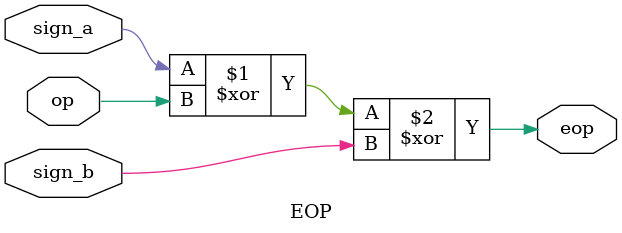
<source format=v>
module EOP(
input          wire          sign_a, 
input          wire          sign_b,
input          wire          op,
output         wire          eop 
 );




assign eop = sign_a ^ op ^ sign_b;                    








endmodule
</source>
